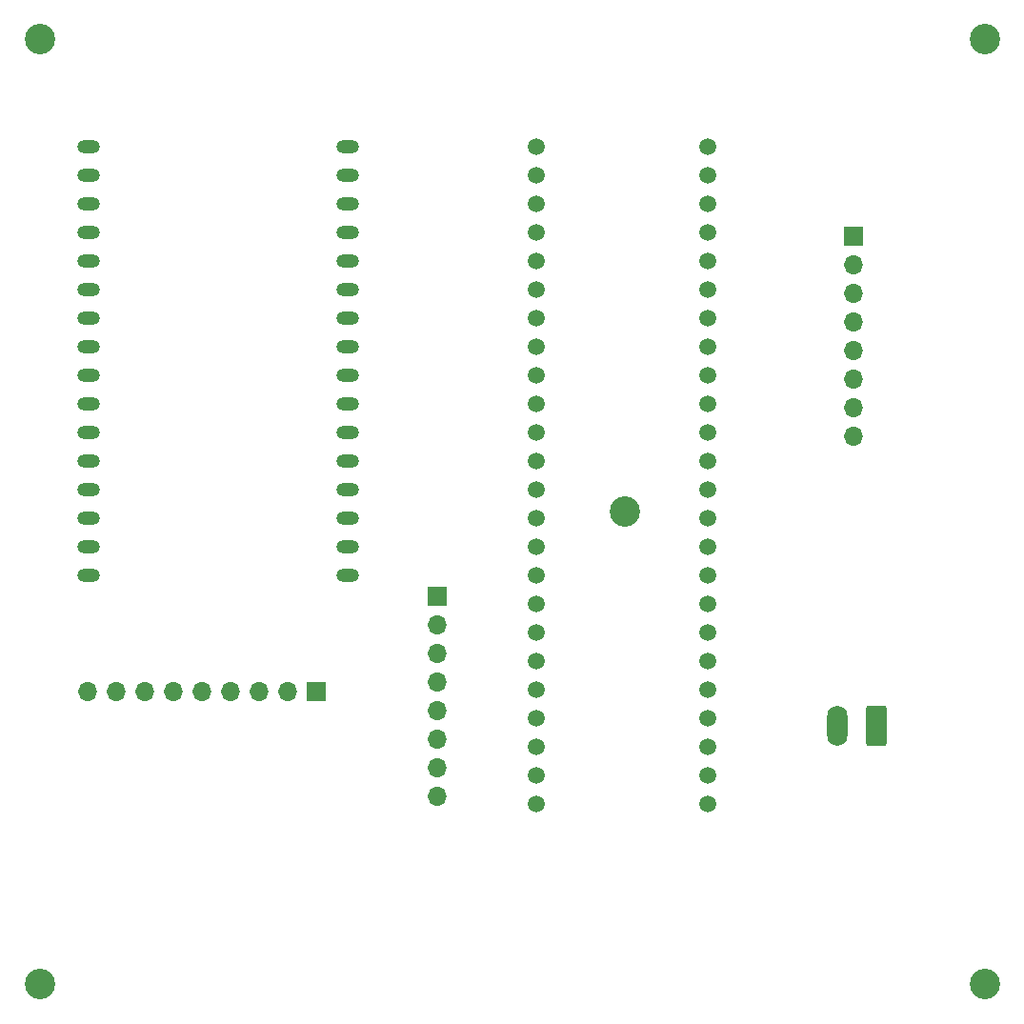
<source format=gbr>
%TF.GenerationSoftware,KiCad,Pcbnew,8.0.3*%
%TF.CreationDate,2024-07-18T11:22:03-07:00*%
%TF.ProjectId,pcb_test,7063625f-7465-4737-942e-6b696361645f,rev?*%
%TF.SameCoordinates,Original*%
%TF.FileFunction,Soldermask,Top*%
%TF.FilePolarity,Negative*%
%FSLAX46Y46*%
G04 Gerber Fmt 4.6, Leading zero omitted, Abs format (unit mm)*
G04 Created by KiCad (PCBNEW 8.0.3) date 2024-07-18 11:22:03*
%MOMM*%
%LPD*%
G01*
G04 APERTURE LIST*
G04 Aperture macros list*
%AMRoundRect*
0 Rectangle with rounded corners*
0 $1 Rounding radius*
0 $2 $3 $4 $5 $6 $7 $8 $9 X,Y pos of 4 corners*
0 Add a 4 corners polygon primitive as box body*
4,1,4,$2,$3,$4,$5,$6,$7,$8,$9,$2,$3,0*
0 Add four circle primitives for the rounded corners*
1,1,$1+$1,$2,$3*
1,1,$1+$1,$4,$5*
1,1,$1+$1,$6,$7*
1,1,$1+$1,$8,$9*
0 Add four rect primitives between the rounded corners*
20,1,$1+$1,$2,$3,$4,$5,0*
20,1,$1+$1,$4,$5,$6,$7,0*
20,1,$1+$1,$6,$7,$8,$9,0*
20,1,$1+$1,$8,$9,$2,$3,0*%
G04 Aperture macros list end*
%ADD10C,2.700000*%
%ADD11C,1.500000*%
%ADD12O,1.700000X1.700000*%
%ADD13R,1.700000X1.700000*%
%ADD14O,1.800000X3.600000*%
%ADD15RoundRect,0.250000X0.650000X1.550000X-0.650000X1.550000X-0.650000X-1.550000X0.650000X-1.550000X0*%
%ADD16O,2.000000X1.200000*%
G04 APERTURE END LIST*
D10*
%TO.C,REF\u002A\u002A*%
X147000000Y-115000000D03*
%TD*%
%TO.C,REF\u002A\u002A*%
X63000000Y-115000000D03*
%TD*%
%TO.C,REF\u002A\u002A*%
X147000000Y-31000000D03*
%TD*%
%TO.C,REF\u002A\u002A*%
X63000000Y-31000000D03*
%TD*%
%TO.C,REF\u002A\u002A*%
X115000000Y-73000000D03*
%TD*%
D11*
%TO.C,J2*%
X122380000Y-98940000D03*
X122380000Y-96400000D03*
X122380000Y-93860000D03*
X122380000Y-91320000D03*
X122380000Y-88780000D03*
X122380000Y-86240000D03*
X122380000Y-83700000D03*
X122380000Y-81160000D03*
X122380000Y-78620000D03*
X122380000Y-76080000D03*
X122380000Y-73540000D03*
X122380000Y-71000000D03*
X122380000Y-68460000D03*
X122380000Y-65920000D03*
X122380000Y-63380000D03*
X122380000Y-60840000D03*
X122380000Y-58300000D03*
X122380000Y-55760000D03*
X122380000Y-53220000D03*
X122380000Y-50680000D03*
X122380000Y-48140000D03*
X122380000Y-45600000D03*
X122380000Y-43060000D03*
X122380000Y-40520000D03*
X107140000Y-98940000D03*
X107140000Y-96400000D03*
X107140000Y-93860000D03*
X107140000Y-91320000D03*
X107140000Y-88780000D03*
X107140000Y-86240000D03*
X107140000Y-83700000D03*
X107140000Y-81160000D03*
X107140000Y-78620000D03*
X107140000Y-76080000D03*
X107140000Y-73540000D03*
X107140000Y-71000000D03*
X107140000Y-68460000D03*
X107140000Y-65920000D03*
X107140000Y-63380000D03*
X107140000Y-60840000D03*
X107140000Y-58300000D03*
X107140000Y-55760000D03*
X107140000Y-53220000D03*
X107140000Y-50680000D03*
X107140000Y-48140000D03*
X107140000Y-45600000D03*
X107140000Y-43060000D03*
X107140000Y-40520000D03*
%TD*%
D12*
%TO.C,J3*%
X67300000Y-89000000D03*
X69840000Y-89000000D03*
X72380000Y-89000000D03*
X74920000Y-89000000D03*
X77460000Y-89000000D03*
X80000000Y-89000000D03*
X82540000Y-89000000D03*
X85080000Y-89000000D03*
D13*
X87620000Y-89000000D03*
%TD*%
D14*
%TO.C,J1*%
X133880000Y-92000000D03*
D15*
X137380000Y-92000000D03*
%TD*%
D16*
%TO.C,J4*%
X67380000Y-40520000D03*
X67380000Y-43060000D03*
X67380000Y-45600000D03*
X67380000Y-48140000D03*
X67380000Y-50680000D03*
X67380000Y-53220000D03*
X67380000Y-55760000D03*
X67380000Y-58300000D03*
X67380000Y-60840000D03*
X67380000Y-63380000D03*
X67380000Y-65920000D03*
X67380000Y-68460000D03*
X67380000Y-71000000D03*
X67380000Y-73540000D03*
X67380000Y-76080000D03*
X67380000Y-78620000D03*
X90380000Y-40520000D03*
X90380000Y-43060000D03*
X90380000Y-45600000D03*
X90380000Y-48140000D03*
X90380000Y-50680000D03*
X90380000Y-53220000D03*
X90380000Y-55760000D03*
X90380000Y-58300000D03*
X90380000Y-60840000D03*
X90380000Y-63380000D03*
X90380000Y-65920000D03*
X90380000Y-68460000D03*
X90380000Y-71000000D03*
X90380000Y-73540000D03*
X90380000Y-76080000D03*
X90380000Y-78620000D03*
%TD*%
D12*
%TO.C,J6*%
X98380000Y-98300000D03*
X98380000Y-95760000D03*
X98380000Y-93220000D03*
X98380000Y-90680000D03*
X98380000Y-88140000D03*
X98380000Y-85600000D03*
X98380000Y-83060000D03*
D13*
X98380000Y-80520000D03*
%TD*%
D12*
%TO.C,J5*%
X135380000Y-66300000D03*
X135380000Y-63760000D03*
X135380000Y-61220000D03*
X135380000Y-58680000D03*
X135380000Y-56140000D03*
X135380000Y-53600000D03*
X135380000Y-51060000D03*
D13*
X135380000Y-48520000D03*
%TD*%
M02*

</source>
